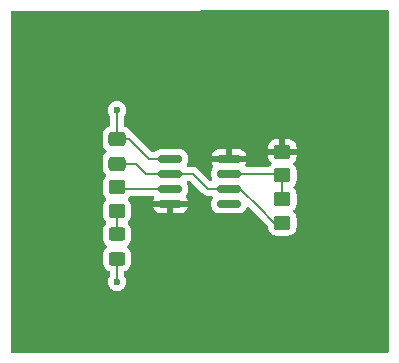
<source format=gbr>
%TF.GenerationSoftware,KiCad,Pcbnew,9.0.6*%
%TF.CreationDate,2025-12-10T19:47:47+00:00*%
%TF.ProjectId,GettingToBlinky5.0,47657474-696e-4675-946f-426c696e6b79,rev?*%
%TF.SameCoordinates,Original*%
%TF.FileFunction,Copper,L1,Top*%
%TF.FilePolarity,Positive*%
%FSLAX46Y46*%
G04 Gerber Fmt 4.6, Leading zero omitted, Abs format (unit mm)*
G04 Created by KiCad (PCBNEW 9.0.6) date 2025-12-10 19:47:47*
%MOMM*%
%LPD*%
G01*
G04 APERTURE LIST*
G04 Aperture macros list*
%AMRoundRect*
0 Rectangle with rounded corners*
0 $1 Rounding radius*
0 $2 $3 $4 $5 $6 $7 $8 $9 X,Y pos of 4 corners*
0 Add a 4 corners polygon primitive as box body*
4,1,4,$2,$3,$4,$5,$6,$7,$8,$9,$2,$3,0*
0 Add four circle primitives for the rounded corners*
1,1,$1+$1,$2,$3*
1,1,$1+$1,$4,$5*
1,1,$1+$1,$6,$7*
1,1,$1+$1,$8,$9*
0 Add four rect primitives between the rounded corners*
20,1,$1+$1,$2,$3,$4,$5,0*
20,1,$1+$1,$4,$5,$6,$7,0*
20,1,$1+$1,$6,$7,$8,$9,0*
20,1,$1+$1,$8,$9,$2,$3,0*%
G04 Aperture macros list end*
%TA.AperFunction,SMDPad,CuDef*%
%ADD10RoundRect,0.250000X-0.450000X0.350000X-0.450000X-0.350000X0.450000X-0.350000X0.450000X0.350000X0*%
%TD*%
%TA.AperFunction,SMDPad,CuDef*%
%ADD11RoundRect,0.150000X-0.825000X-0.150000X0.825000X-0.150000X0.825000X0.150000X-0.825000X0.150000X0*%
%TD*%
%TA.AperFunction,SMDPad,CuDef*%
%ADD12RoundRect,0.250000X0.450000X-0.325000X0.450000X0.325000X-0.450000X0.325000X-0.450000X-0.325000X0*%
%TD*%
%TA.AperFunction,SMDPad,CuDef*%
%ADD13RoundRect,0.250000X0.475000X-0.337500X0.475000X0.337500X-0.475000X0.337500X-0.475000X-0.337500X0*%
%TD*%
%TA.AperFunction,ViaPad*%
%ADD14C,0.600000*%
%TD*%
%TA.AperFunction,Conductor*%
%ADD15C,0.200000*%
%TD*%
G04 APERTURE END LIST*
D10*
%TO.P,R2,1*%
%TO.N,/DIS*%
X152500000Y-95500000D03*
%TO.P,R2,2*%
%TO.N,/THR*%
X152500000Y-97500000D03*
%TD*%
%TO.P,R3,1*%
%TO.N,Net-(U1-OUT)*%
X138500000Y-94500000D03*
%TO.P,R3,2*%
%TO.N,Net-(D1-A)*%
X138500000Y-96500000D03*
%TD*%
D11*
%TO.P,U1,1,GND*%
%TO.N,GND*%
X143025000Y-92095000D03*
%TO.P,U1,2,~{TRIG}*%
%TO.N,/THR*%
X143025000Y-93365000D03*
%TO.P,U1,3,OUT*%
%TO.N,Net-(U1-OUT)*%
X143025000Y-94635000D03*
%TO.P,U1,4,~{RST}*%
%TO.N,/VDD*%
X143025000Y-95905000D03*
%TO.P,U1,5,CTRL*%
%TO.N,unconnected-(U1-CTRL-Pad5)*%
X147975000Y-95905000D03*
%TO.P,U1,6,THR*%
%TO.N,/THR*%
X147975000Y-94635000D03*
%TO.P,U1,7,DIS*%
%TO.N,/DIS*%
X147975000Y-93365000D03*
%TO.P,U1,8,VDD*%
%TO.N,/VDD*%
X147975000Y-92095000D03*
%TD*%
D12*
%TO.P,D1,1,K*%
%TO.N,GND*%
X138500000Y-100550000D03*
%TO.P,D1,2,A*%
%TO.N,Net-(D1-A)*%
X138500000Y-98500000D03*
%TD*%
D13*
%TO.P,C1,1*%
%TO.N,/THR*%
X138500000Y-92500000D03*
%TO.P,C1,2*%
%TO.N,GND*%
X138500000Y-90425000D03*
%TD*%
D10*
%TO.P,R1,1*%
%TO.N,/VDD*%
X152500000Y-91500000D03*
%TO.P,R1,2*%
%TO.N,/DIS*%
X152500000Y-93500000D03*
%TD*%
D14*
%TO.N,GND*%
X138500000Y-102500000D03*
%TO.N,/VDD*%
X132750000Y-89000000D03*
X158300000Y-88550000D03*
%TO.N,GND*%
X138500000Y-88000000D03*
%TD*%
D15*
%TO.N,GND*%
X138500000Y-100550000D02*
X138500000Y-102500000D01*
%TO.N,/VDD*%
X147975000Y-92095000D02*
X150105000Y-92095000D01*
X150105000Y-92095000D02*
X150700000Y-91500000D01*
X150700000Y-91500000D02*
X152500000Y-91500000D01*
%TO.N,GND*%
X138500000Y-90425000D02*
X138500000Y-88000000D01*
X139525000Y-90425000D02*
X141200000Y-92100000D01*
X143020000Y-92100000D02*
X143025000Y-92095000D01*
X138500000Y-90425000D02*
X139525000Y-90425000D01*
X141200000Y-92100000D02*
X143020000Y-92100000D01*
%TO.N,/THR*%
X150600000Y-96285001D02*
X150600000Y-96300000D01*
X144932500Y-93365000D02*
X146202500Y-94635000D01*
X150600000Y-96300000D02*
X151800000Y-97500000D01*
X138500000Y-92500000D02*
X140100000Y-92500000D01*
X148949999Y-94635000D02*
X150600000Y-96285001D01*
X146202500Y-94635000D02*
X147975000Y-94635000D01*
X143025000Y-93365000D02*
X144932500Y-93365000D01*
X147975000Y-94635000D02*
X148949999Y-94635000D01*
X140965000Y-93365000D02*
X143025000Y-93365000D01*
X140100000Y-92500000D02*
X140965000Y-93365000D01*
X151800000Y-97500000D02*
X152500000Y-97500000D01*
%TO.N,Net-(D1-A)*%
X138500000Y-96500000D02*
X138500000Y-98500000D01*
%TO.N,/DIS*%
X152365000Y-93365000D02*
X152500000Y-93500000D01*
X152500000Y-93500000D02*
X152500000Y-95500000D01*
X147975000Y-93365000D02*
X152365000Y-93365000D01*
%TO.N,Net-(U1-OUT)*%
X138500000Y-94500000D02*
X138700000Y-94500000D01*
X138700000Y-94500000D02*
X138835000Y-94635000D01*
X138835000Y-94635000D02*
X143025000Y-94635000D01*
%TD*%
%TA.AperFunction,Conductor*%
%TO.N,/VDD*%
G36*
X161442366Y-79521114D02*
G01*
X161488208Y-79573842D01*
X161499500Y-79625541D01*
X161499500Y-108376539D01*
X161479815Y-108443578D01*
X161427011Y-108489333D01*
X161375707Y-108500539D01*
X129624707Y-108553457D01*
X129557634Y-108533884D01*
X129511792Y-108481156D01*
X129500500Y-108429457D01*
X129500500Y-90037483D01*
X137274500Y-90037483D01*
X137274500Y-90812501D01*
X137274501Y-90812519D01*
X137285000Y-90915296D01*
X137285001Y-90915299D01*
X137340185Y-91081831D01*
X137340187Y-91081836D01*
X137432289Y-91231157D01*
X137556346Y-91355214D01*
X137559182Y-91356963D01*
X137560717Y-91358670D01*
X137562011Y-91359693D01*
X137561836Y-91359914D01*
X137605905Y-91408911D01*
X137617126Y-91477874D01*
X137589282Y-91541956D01*
X137559182Y-91568037D01*
X137556346Y-91569785D01*
X137432289Y-91693842D01*
X137340187Y-91843163D01*
X137340186Y-91843166D01*
X137285001Y-92009703D01*
X137285001Y-92009704D01*
X137285000Y-92009704D01*
X137274500Y-92112483D01*
X137274500Y-92887501D01*
X137274501Y-92887519D01*
X137285000Y-92990296D01*
X137285001Y-92990299D01*
X137340185Y-93156831D01*
X137340187Y-93156836D01*
X137432289Y-93306157D01*
X137544701Y-93418569D01*
X137578186Y-93479892D01*
X137573202Y-93549584D01*
X137544701Y-93593931D01*
X137457289Y-93681342D01*
X137365187Y-93830663D01*
X137365186Y-93830666D01*
X137310001Y-93997203D01*
X137310001Y-93997204D01*
X137310000Y-93997204D01*
X137299500Y-94099983D01*
X137299500Y-94900001D01*
X137299501Y-94900019D01*
X137310000Y-95002796D01*
X137310001Y-95002799D01*
X137342204Y-95099980D01*
X137365186Y-95169334D01*
X137447681Y-95303081D01*
X137457289Y-95318657D01*
X137550951Y-95412319D01*
X137584436Y-95473642D01*
X137579452Y-95543334D01*
X137550951Y-95587681D01*
X137457289Y-95681342D01*
X137365187Y-95830663D01*
X137365185Y-95830668D01*
X137342208Y-95900008D01*
X137310001Y-95997203D01*
X137310001Y-95997204D01*
X137310000Y-95997204D01*
X137299500Y-96099983D01*
X137299500Y-96900001D01*
X137299501Y-96900019D01*
X137310000Y-97002796D01*
X137310001Y-97002799D01*
X137365185Y-97169331D01*
X137365187Y-97169336D01*
X137457289Y-97318657D01*
X137563451Y-97424819D01*
X137596936Y-97486142D01*
X137591952Y-97555834D01*
X137563451Y-97600181D01*
X137457289Y-97706342D01*
X137365187Y-97855663D01*
X137365185Y-97855668D01*
X137350492Y-97900008D01*
X137310001Y-98022203D01*
X137310001Y-98022204D01*
X137310000Y-98022204D01*
X137299500Y-98124983D01*
X137299500Y-98875001D01*
X137299501Y-98875019D01*
X137310000Y-98977796D01*
X137310001Y-98977799D01*
X137365185Y-99144331D01*
X137365187Y-99144336D01*
X137457289Y-99293657D01*
X137581346Y-99417714D01*
X137584182Y-99419463D01*
X137585717Y-99421170D01*
X137587011Y-99422193D01*
X137586836Y-99422414D01*
X137630905Y-99471411D01*
X137642126Y-99540374D01*
X137614282Y-99604456D01*
X137584182Y-99630537D01*
X137581346Y-99632285D01*
X137457289Y-99756342D01*
X137365187Y-99905663D01*
X137365186Y-99905666D01*
X137310001Y-100072203D01*
X137310001Y-100072204D01*
X137310000Y-100072204D01*
X137299500Y-100174983D01*
X137299500Y-100925001D01*
X137299501Y-100925019D01*
X137310000Y-101027796D01*
X137310001Y-101027799D01*
X137365185Y-101194331D01*
X137365186Y-101194334D01*
X137457288Y-101343656D01*
X137581344Y-101467712D01*
X137730666Y-101559814D01*
X137814505Y-101587595D01*
X137834535Y-101601463D01*
X137856703Y-101611587D01*
X137862751Y-101620998D01*
X137871948Y-101627366D01*
X137881302Y-101649864D01*
X137894477Y-101670365D01*
X137896935Y-101687465D01*
X137898772Y-101691882D01*
X137899500Y-101705300D01*
X137899500Y-101920234D01*
X137879815Y-101987273D01*
X137878602Y-101989125D01*
X137790609Y-102120814D01*
X137790602Y-102120827D01*
X137730264Y-102266498D01*
X137730261Y-102266510D01*
X137699500Y-102421153D01*
X137699500Y-102578846D01*
X137730261Y-102733489D01*
X137730264Y-102733501D01*
X137790602Y-102879172D01*
X137790609Y-102879185D01*
X137878210Y-103010288D01*
X137878213Y-103010292D01*
X137989707Y-103121786D01*
X137989711Y-103121789D01*
X138120814Y-103209390D01*
X138120827Y-103209397D01*
X138266498Y-103269735D01*
X138266503Y-103269737D01*
X138421153Y-103300499D01*
X138421156Y-103300500D01*
X138421158Y-103300500D01*
X138578844Y-103300500D01*
X138578845Y-103300499D01*
X138733497Y-103269737D01*
X138879179Y-103209394D01*
X139010289Y-103121789D01*
X139121789Y-103010289D01*
X139209394Y-102879179D01*
X139269737Y-102733497D01*
X139300500Y-102578842D01*
X139300500Y-102421158D01*
X139300500Y-102421155D01*
X139300499Y-102421153D01*
X139269738Y-102266510D01*
X139269737Y-102266503D01*
X139269735Y-102266498D01*
X139209397Y-102120827D01*
X139209390Y-102120814D01*
X139121398Y-101989125D01*
X139115747Y-101971078D01*
X139105523Y-101955169D01*
X139101071Y-101924207D01*
X139100520Y-101922447D01*
X139100500Y-101920234D01*
X139100500Y-101705300D01*
X139120185Y-101638261D01*
X139172989Y-101592506D01*
X139185482Y-101587599D01*
X139269334Y-101559814D01*
X139418656Y-101467712D01*
X139542712Y-101343656D01*
X139634814Y-101194334D01*
X139689999Y-101027797D01*
X139700500Y-100925009D01*
X139700499Y-100174992D01*
X139689999Y-100072203D01*
X139634814Y-99905666D01*
X139542712Y-99756344D01*
X139418656Y-99632288D01*
X139415819Y-99630538D01*
X139414283Y-99628830D01*
X139412989Y-99627807D01*
X139413163Y-99627585D01*
X139369096Y-99578594D01*
X139357872Y-99509632D01*
X139385713Y-99445549D01*
X139415817Y-99419462D01*
X139418656Y-99417712D01*
X139542712Y-99293656D01*
X139634814Y-99144334D01*
X139689999Y-98977797D01*
X139700500Y-98875009D01*
X139700499Y-98124992D01*
X139689999Y-98022203D01*
X139634814Y-97855666D01*
X139542712Y-97706344D01*
X139436549Y-97600181D01*
X139403064Y-97538858D01*
X139408048Y-97469166D01*
X139436549Y-97424819D01*
X139542712Y-97318656D01*
X139634814Y-97169334D01*
X139689999Y-97002797D01*
X139700500Y-96900009D01*
X139700499Y-96155001D01*
X141552704Y-96155001D01*
X141552899Y-96157486D01*
X141598718Y-96315198D01*
X141682314Y-96456552D01*
X141682321Y-96456561D01*
X141798438Y-96572678D01*
X141798447Y-96572685D01*
X141939803Y-96656282D01*
X141939806Y-96656283D01*
X142097504Y-96702099D01*
X142097510Y-96702100D01*
X142134350Y-96704999D01*
X142134366Y-96705000D01*
X142775000Y-96705000D01*
X143275000Y-96705000D01*
X143915634Y-96705000D01*
X143915649Y-96704999D01*
X143952489Y-96702100D01*
X143952495Y-96702099D01*
X144110193Y-96656283D01*
X144110196Y-96656282D01*
X144251552Y-96572685D01*
X144251561Y-96572678D01*
X144367678Y-96456561D01*
X144367685Y-96456552D01*
X144451281Y-96315198D01*
X144497100Y-96157486D01*
X144497295Y-96155001D01*
X144497295Y-96155000D01*
X143275000Y-96155000D01*
X143275000Y-96705000D01*
X142775000Y-96705000D01*
X142775000Y-96155000D01*
X141552705Y-96155000D01*
X141552704Y-96155001D01*
X139700499Y-96155001D01*
X139700499Y-96099992D01*
X139689999Y-95997203D01*
X139634814Y-95830666D01*
X139542712Y-95681344D01*
X139449049Y-95587681D01*
X139446286Y-95582622D01*
X139441496Y-95579414D01*
X139429726Y-95552294D01*
X139415564Y-95526358D01*
X139415975Y-95520608D01*
X139413680Y-95515320D01*
X139418439Y-95486148D01*
X139420548Y-95456666D01*
X139424244Y-95450567D01*
X139424931Y-95446362D01*
X139437842Y-95428136D01*
X139444571Y-95417038D01*
X139446745Y-95414622D01*
X139542712Y-95318656D01*
X139563553Y-95284866D01*
X139571051Y-95276538D01*
X139591639Y-95263851D01*
X139609620Y-95247678D01*
X139622712Y-95244702D01*
X139630534Y-95239883D01*
X139642892Y-95240117D01*
X139663210Y-95235500D01*
X141534674Y-95235500D01*
X141601713Y-95255185D01*
X141647468Y-95307989D01*
X141657412Y-95377147D01*
X141641406Y-95422621D01*
X141598718Y-95494801D01*
X141552899Y-95652513D01*
X141552704Y-95654998D01*
X141552705Y-95655000D01*
X144497295Y-95655000D01*
X144497295Y-95654998D01*
X144497100Y-95652513D01*
X144451281Y-95494801D01*
X144367685Y-95353447D01*
X144362900Y-95347278D01*
X144365366Y-95345364D01*
X144338802Y-95296776D01*
X144343749Y-95227082D01*
X144364856Y-95194232D01*
X144363301Y-95193026D01*
X144368077Y-95186868D01*
X144368081Y-95186865D01*
X144451744Y-95045398D01*
X144497598Y-94887569D01*
X144500500Y-94850694D01*
X144500500Y-94419306D01*
X144497598Y-94382431D01*
X144479069Y-94318656D01*
X144451745Y-94224606D01*
X144451744Y-94224602D01*
X144442871Y-94209598D01*
X144409175Y-94152620D01*
X144407519Y-94146096D01*
X144403113Y-94141011D01*
X144399036Y-94112661D01*
X144391992Y-94084896D01*
X144394126Y-94078513D01*
X144393169Y-94071853D01*
X144405066Y-94045800D01*
X144414152Y-94018634D01*
X144419398Y-94014418D01*
X144422194Y-94008297D01*
X144446291Y-93992810D01*
X144468619Y-93974871D01*
X144476697Y-93973270D01*
X144480972Y-93970523D01*
X144515907Y-93965500D01*
X144632403Y-93965500D01*
X144699442Y-93985185D01*
X144720084Y-94001819D01*
X145717639Y-94999374D01*
X145717649Y-94999385D01*
X145721979Y-95003715D01*
X145721980Y-95003716D01*
X145833784Y-95115520D01*
X145920595Y-95165639D01*
X145920597Y-95165641D01*
X145970117Y-95194232D01*
X145970715Y-95194577D01*
X146123442Y-95235500D01*
X146123443Y-95235500D01*
X146484093Y-95235500D01*
X146551132Y-95255185D01*
X146596887Y-95307989D01*
X146606831Y-95377147D01*
X146590825Y-95422620D01*
X146548257Y-95494599D01*
X146548254Y-95494606D01*
X146502402Y-95652426D01*
X146502401Y-95652432D01*
X146499500Y-95689298D01*
X146499500Y-96120701D01*
X146502401Y-96157567D01*
X146502402Y-96157573D01*
X146548254Y-96315393D01*
X146548255Y-96315396D01*
X146548256Y-96315398D01*
X146585681Y-96378681D01*
X146631917Y-96456862D01*
X146631923Y-96456870D01*
X146748129Y-96573076D01*
X146748133Y-96573079D01*
X146748135Y-96573081D01*
X146889602Y-96656744D01*
X146930810Y-96668716D01*
X147047426Y-96702597D01*
X147047429Y-96702597D01*
X147047431Y-96702598D01*
X147084306Y-96705500D01*
X147084314Y-96705500D01*
X148865686Y-96705500D01*
X148865694Y-96705500D01*
X148902569Y-96702598D01*
X148902571Y-96702597D01*
X148902573Y-96702597D01*
X148975732Y-96681342D01*
X149060398Y-96656744D01*
X149201865Y-96573081D01*
X149318081Y-96456865D01*
X149401744Y-96315398D01*
X149428663Y-96222740D01*
X149466268Y-96163857D01*
X149529741Y-96134650D01*
X149598927Y-96144396D01*
X149635419Y-96169655D01*
X149878082Y-96412319D01*
X150087446Y-96621683D01*
X150091494Y-96625927D01*
X150100478Y-96635804D01*
X150119480Y-96668716D01*
X150231284Y-96780520D01*
X150231286Y-96780521D01*
X150240430Y-96789665D01*
X151263181Y-97812416D01*
X151296666Y-97873739D01*
X151299156Y-97896869D01*
X151299176Y-97896868D01*
X151299180Y-97896868D01*
X151299341Y-97896860D01*
X151299501Y-97900018D01*
X151310001Y-98002797D01*
X151310001Y-98002799D01*
X151350492Y-98124991D01*
X151365186Y-98169334D01*
X151457288Y-98318656D01*
X151581344Y-98442712D01*
X151730666Y-98534814D01*
X151897203Y-98589999D01*
X151999991Y-98600500D01*
X153000008Y-98600499D01*
X153000016Y-98600498D01*
X153000019Y-98600498D01*
X153056302Y-98594748D01*
X153102797Y-98589999D01*
X153269334Y-98534814D01*
X153418656Y-98442712D01*
X153542712Y-98318656D01*
X153634814Y-98169334D01*
X153689999Y-98002797D01*
X153700500Y-97900009D01*
X153700499Y-97099992D01*
X153689999Y-96997203D01*
X153634814Y-96830666D01*
X153542712Y-96681344D01*
X153449049Y-96587681D01*
X153415564Y-96526358D01*
X153420548Y-96456666D01*
X153449049Y-96412319D01*
X153542712Y-96318656D01*
X153634814Y-96169334D01*
X153689999Y-96002797D01*
X153700500Y-95900009D01*
X153700499Y-95099992D01*
X153689999Y-94997203D01*
X153634814Y-94830666D01*
X153542712Y-94681344D01*
X153449049Y-94587681D01*
X153415564Y-94526358D01*
X153420548Y-94456666D01*
X153449049Y-94412319D01*
X153478942Y-94382426D01*
X153542712Y-94318656D01*
X153634814Y-94169334D01*
X153689999Y-94002797D01*
X153700500Y-93900009D01*
X153700499Y-93099992D01*
X153689999Y-92997203D01*
X153634814Y-92830666D01*
X153542712Y-92681344D01*
X153448695Y-92587327D01*
X153415210Y-92526004D01*
X153420194Y-92456312D01*
X153448695Y-92411964D01*
X153542317Y-92318342D01*
X153634356Y-92169124D01*
X153634358Y-92169119D01*
X153689505Y-92002697D01*
X153689506Y-92002690D01*
X153699999Y-91899986D01*
X153700000Y-91899973D01*
X153700000Y-91750000D01*
X151300001Y-91750000D01*
X151300001Y-91899986D01*
X151310494Y-92002697D01*
X151365641Y-92169119D01*
X151365643Y-92169124D01*
X151457684Y-92318345D01*
X151551304Y-92411965D01*
X151554070Y-92417031D01*
X151558867Y-92420245D01*
X151570627Y-92447353D01*
X151584789Y-92473288D01*
X151584377Y-92479046D01*
X151586675Y-92484343D01*
X151581912Y-92513506D01*
X151579805Y-92542980D01*
X151576102Y-92549086D01*
X151575415Y-92553299D01*
X151562481Y-92571552D01*
X151555771Y-92582621D01*
X151553599Y-92585032D01*
X151457288Y-92681344D01*
X151436440Y-92715142D01*
X151428938Y-92723475D01*
X151408352Y-92736156D01*
X151390380Y-92752322D01*
X151377278Y-92755299D01*
X151369450Y-92760122D01*
X151357093Y-92759886D01*
X151336790Y-92764500D01*
X149465326Y-92764500D01*
X149398287Y-92744815D01*
X149352532Y-92692011D01*
X149342588Y-92622853D01*
X149358594Y-92577379D01*
X149401281Y-92505198D01*
X149447100Y-92347486D01*
X149447295Y-92345001D01*
X149447295Y-92345000D01*
X146502705Y-92345000D01*
X146502704Y-92345001D01*
X146502899Y-92347486D01*
X146548718Y-92505198D01*
X146632314Y-92646552D01*
X146637100Y-92652722D01*
X146634640Y-92654629D01*
X146661210Y-92703288D01*
X146656226Y-92772980D01*
X146635162Y-92805781D01*
X146636699Y-92806974D01*
X146631915Y-92813140D01*
X146548255Y-92954603D01*
X146548254Y-92954606D01*
X146502402Y-93112426D01*
X146502401Y-93112432D01*
X146499500Y-93149298D01*
X146499500Y-93580701D01*
X146502401Y-93617567D01*
X146502402Y-93617573D01*
X146548254Y-93775393D01*
X146548255Y-93775396D01*
X146564044Y-93802094D01*
X146581227Y-93869818D01*
X146559067Y-93936081D01*
X146504601Y-93979844D01*
X146435121Y-93987213D01*
X146372686Y-93955849D01*
X146369631Y-93952896D01*
X145420090Y-93003355D01*
X145420088Y-93003352D01*
X145301217Y-92884481D01*
X145301209Y-92884475D01*
X145177643Y-92813135D01*
X145177640Y-92813134D01*
X145164285Y-92805423D01*
X145011557Y-92764499D01*
X144853443Y-92764499D01*
X144845847Y-92764499D01*
X144845831Y-92764500D01*
X144515907Y-92764500D01*
X144448868Y-92744815D01*
X144403113Y-92692011D01*
X144393169Y-92622853D01*
X144409175Y-92577380D01*
X144430973Y-92540518D01*
X144451744Y-92505398D01*
X144497598Y-92347569D01*
X144500500Y-92310694D01*
X144500500Y-91879306D01*
X144497800Y-91844998D01*
X146502704Y-91844998D01*
X146502705Y-91845000D01*
X147725000Y-91845000D01*
X148225000Y-91845000D01*
X149447295Y-91845000D01*
X149447295Y-91844998D01*
X149447100Y-91842513D01*
X149401281Y-91684801D01*
X149317685Y-91543447D01*
X149317678Y-91543438D01*
X149201561Y-91427321D01*
X149201552Y-91427314D01*
X149060196Y-91343717D01*
X149060193Y-91343716D01*
X148902495Y-91297900D01*
X148902489Y-91297899D01*
X148865649Y-91295000D01*
X148225000Y-91295000D01*
X148225000Y-91845000D01*
X147725000Y-91845000D01*
X147725000Y-91295000D01*
X147084350Y-91295000D01*
X147047510Y-91297899D01*
X147047504Y-91297900D01*
X146889806Y-91343716D01*
X146889803Y-91343717D01*
X146748447Y-91427314D01*
X146748438Y-91427321D01*
X146632321Y-91543438D01*
X146632314Y-91543447D01*
X146548718Y-91684801D01*
X146502899Y-91842513D01*
X146502704Y-91844998D01*
X144497800Y-91844998D01*
X144497598Y-91842431D01*
X144497065Y-91840597D01*
X144454428Y-91693842D01*
X144451744Y-91684602D01*
X144368081Y-91543135D01*
X144368079Y-91543133D01*
X144368076Y-91543129D01*
X144251870Y-91426923D01*
X144251862Y-91426917D01*
X144138565Y-91359914D01*
X144110398Y-91343256D01*
X144110397Y-91343255D01*
X144110396Y-91343255D01*
X144110393Y-91343254D01*
X143952573Y-91297402D01*
X143952567Y-91297401D01*
X143915701Y-91294500D01*
X143915694Y-91294500D01*
X142134306Y-91294500D01*
X142134298Y-91294500D01*
X142097432Y-91297401D01*
X142097426Y-91297402D01*
X141939606Y-91343254D01*
X141939603Y-91343255D01*
X141798137Y-91426917D01*
X141798129Y-91426923D01*
X141761874Y-91463180D01*
X141734943Y-91477885D01*
X141709127Y-91494477D01*
X141702928Y-91495368D01*
X141700552Y-91496666D01*
X141674192Y-91499500D01*
X141500098Y-91499500D01*
X141433059Y-91479815D01*
X141412417Y-91463181D01*
X141133781Y-91184545D01*
X141049249Y-91100013D01*
X151300000Y-91100013D01*
X151300000Y-91250000D01*
X152250000Y-91250000D01*
X152750000Y-91250000D01*
X153699999Y-91250000D01*
X153699999Y-91100028D01*
X153699998Y-91100013D01*
X153689505Y-90997302D01*
X153634358Y-90830880D01*
X153634356Y-90830875D01*
X153542315Y-90681654D01*
X153418345Y-90557684D01*
X153269124Y-90465643D01*
X153269119Y-90465641D01*
X153102697Y-90410494D01*
X153102690Y-90410493D01*
X152999986Y-90400000D01*
X152750000Y-90400000D01*
X152750000Y-91250000D01*
X152250000Y-91250000D01*
X152250000Y-90400000D01*
X152000029Y-90400000D01*
X152000012Y-90400001D01*
X151897302Y-90410494D01*
X151730880Y-90465641D01*
X151730875Y-90465643D01*
X151581654Y-90557684D01*
X151457684Y-90681654D01*
X151365643Y-90830875D01*
X151365641Y-90830880D01*
X151310494Y-90997302D01*
X151310493Y-90997309D01*
X151300000Y-91100013D01*
X141049249Y-91100013D01*
X140012590Y-90063355D01*
X140012588Y-90063352D01*
X139893717Y-89944481D01*
X139893716Y-89944480D01*
X139872631Y-89932307D01*
X139810220Y-89896274D01*
X139810214Y-89896271D01*
X139806904Y-89894360D01*
X139756785Y-89865423D01*
X139738292Y-89860467D01*
X139727148Y-89854920D01*
X139710284Y-89839288D01*
X139690652Y-89827321D01*
X139682706Y-89813725D01*
X139675906Y-89807422D01*
X139673450Y-89797887D01*
X139664703Y-89782921D01*
X139659814Y-89768166D01*
X139567712Y-89618844D01*
X139443656Y-89494788D01*
X139294334Y-89402686D01*
X139233301Y-89382461D01*
X139185495Y-89366620D01*
X139128050Y-89326847D01*
X139101228Y-89262331D01*
X139100500Y-89248914D01*
X139100500Y-88579765D01*
X139120185Y-88512726D01*
X139121398Y-88510874D01*
X139209390Y-88379185D01*
X139209390Y-88379184D01*
X139209394Y-88379179D01*
X139269737Y-88233497D01*
X139300500Y-88078842D01*
X139300500Y-87921158D01*
X139300500Y-87921155D01*
X139300499Y-87921153D01*
X139269738Y-87766510D01*
X139269737Y-87766503D01*
X139269735Y-87766498D01*
X139209397Y-87620827D01*
X139209390Y-87620814D01*
X139121789Y-87489711D01*
X139121786Y-87489707D01*
X139010292Y-87378213D01*
X139010288Y-87378210D01*
X138879185Y-87290609D01*
X138879172Y-87290602D01*
X138733501Y-87230264D01*
X138733489Y-87230261D01*
X138578845Y-87199500D01*
X138578842Y-87199500D01*
X138421158Y-87199500D01*
X138421155Y-87199500D01*
X138266510Y-87230261D01*
X138266498Y-87230264D01*
X138120827Y-87290602D01*
X138120814Y-87290609D01*
X137989711Y-87378210D01*
X137989707Y-87378213D01*
X137878213Y-87489707D01*
X137878210Y-87489711D01*
X137790609Y-87620814D01*
X137790602Y-87620827D01*
X137730264Y-87766498D01*
X137730261Y-87766510D01*
X137699500Y-87921153D01*
X137699500Y-88078846D01*
X137730261Y-88233489D01*
X137730264Y-88233501D01*
X137790602Y-88379172D01*
X137790609Y-88379185D01*
X137878602Y-88510874D01*
X137899480Y-88577551D01*
X137899500Y-88579765D01*
X137899500Y-89248914D01*
X137879815Y-89315953D01*
X137827011Y-89361708D01*
X137814505Y-89366620D01*
X137705666Y-89402686D01*
X137705663Y-89402687D01*
X137556342Y-89494789D01*
X137432289Y-89618842D01*
X137340187Y-89768163D01*
X137340186Y-89768166D01*
X137285001Y-89934703D01*
X137285001Y-89934704D01*
X137285000Y-89934704D01*
X137274500Y-90037483D01*
X129500500Y-90037483D01*
X129500500Y-79678459D01*
X129520185Y-79611420D01*
X129572989Y-79565665D01*
X129624289Y-79554459D01*
X161375293Y-79501541D01*
X161442366Y-79521114D01*
G37*
%TD.AperFunction*%
%TD*%
M02*

</source>
